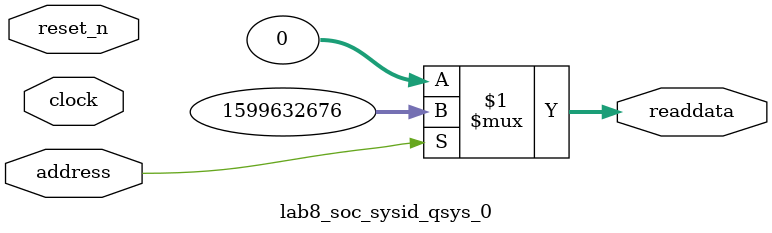
<source format=v>



// synthesis translate_off
`timescale 1ns / 1ps
// synthesis translate_on

// turn off superfluous verilog processor warnings 
// altera message_level Level1 
// altera message_off 10034 10035 10036 10037 10230 10240 10030 

module lab8_soc_sysid_qsys_0 (
               // inputs:
                address,
                clock,
                reset_n,

               // outputs:
                readdata
             )
;

  output  [ 31: 0] readdata;
  input            address;
  input            clock;
  input            reset_n;

  wire    [ 31: 0] readdata;
  //control_slave, which is an e_avalon_slave
  assign readdata = address ? 1599632676 : 0;

endmodule



</source>
